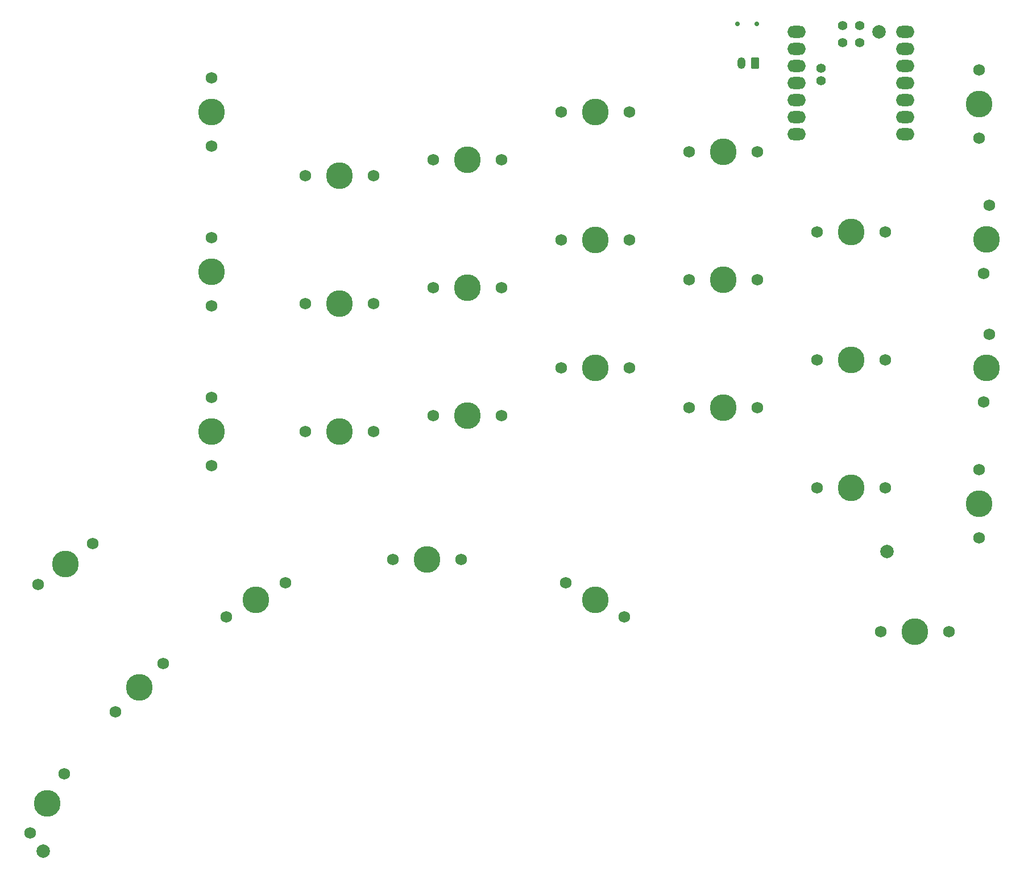
<source format=gts>
G04 #@! TF.GenerationSoftware,KiCad,Pcbnew,7.0.2*
G04 #@! TF.CreationDate,2023-05-17T12:25:55+02:00*
G04 #@! TF.ProjectId,mykeeb_v7a2_right,6d796b65-6562-45f7-9637-61325f726967,rev?*
G04 #@! TF.SameCoordinates,Original*
G04 #@! TF.FileFunction,Soldermask,Top*
G04 #@! TF.FilePolarity,Negative*
%FSLAX46Y46*%
G04 Gerber Fmt 4.6, Leading zero omitted, Abs format (unit mm)*
G04 Created by KiCad (PCBNEW 7.0.2) date 2023-05-17 12:25:55*
%MOMM*%
%LPD*%
G01*
G04 APERTURE LIST*
G04 Aperture macros list*
%AMRoundRect*
0 Rectangle with rounded corners*
0 $1 Rounding radius*
0 $2 $3 $4 $5 $6 $7 $8 $9 X,Y pos of 4 corners*
0 Add a 4 corners polygon primitive as box body*
4,1,4,$2,$3,$4,$5,$6,$7,$8,$9,$2,$3,0*
0 Add four circle primitives for the rounded corners*
1,1,$1+$1,$2,$3*
1,1,$1+$1,$4,$5*
1,1,$1+$1,$6,$7*
1,1,$1+$1,$8,$9*
0 Add four rect primitives between the rounded corners*
20,1,$1+$1,$2,$3,$4,$5,0*
20,1,$1+$1,$4,$5,$6,$7,0*
20,1,$1+$1,$6,$7,$8,$9,0*
20,1,$1+$1,$8,$9,$2,$3,0*%
G04 Aperture macros list end*
%ADD10C,2.000000*%
%ADD11C,1.750000*%
%ADD12C,3.987800*%
%ADD13O,2.750000X1.800000*%
%ADD14C,1.397000*%
%ADD15RoundRect,0.250000X0.350000X0.625000X-0.350000X0.625000X-0.350000X-0.625000X0.350000X-0.625000X0*%
%ADD16O,1.200000X1.750000*%
%ADD17C,0.700000*%
G04 APERTURE END LIST*
D10*
X32146902Y-274439293D03*
X157757945Y-229790818D03*
X156567319Y-152400128D03*
D11*
X59394587Y-239503520D03*
D12*
X63793996Y-236963520D03*
D11*
X68193405Y-234423520D03*
D13*
X144305128Y-152400120D03*
X144305128Y-154940120D03*
X144305128Y-157480120D03*
X144305128Y-160020120D03*
X144305128Y-162560120D03*
X144305128Y-165100120D03*
X144305128Y-167640120D03*
X160495128Y-167640120D03*
X160495128Y-165100120D03*
X160495128Y-162560120D03*
X160495128Y-160020120D03*
X160495128Y-157480120D03*
X160495128Y-154940120D03*
X160495128Y-152400120D03*
D14*
X151130128Y-151448120D03*
X153670128Y-151448120D03*
X151130128Y-153988120D03*
X153670128Y-153988120D03*
X147955128Y-159703120D03*
X147955128Y-157798120D03*
D11*
X172133445Y-188346189D03*
D12*
X172576196Y-183285520D03*
D11*
X173018947Y-178224851D03*
X138430096Y-170259520D03*
D12*
X133350096Y-170259520D03*
D11*
X128270096Y-170259520D03*
X147320096Y-201215820D03*
D12*
X152400096Y-201215820D03*
D11*
X157480096Y-201215820D03*
X100330096Y-171450220D03*
D12*
X95250096Y-171450220D03*
D11*
X90170096Y-171450220D03*
X147320096Y-220265820D03*
D12*
X152400096Y-220265820D03*
D11*
X157480096Y-220265820D03*
X171450096Y-227727020D03*
D12*
X171450096Y-222647020D03*
D11*
X171450096Y-217567020D03*
X171450096Y-168195820D03*
D12*
X171450096Y-163115820D03*
D11*
X171450096Y-158035820D03*
X84216896Y-230981520D03*
D12*
X89296896Y-230981520D03*
D11*
X94376896Y-230981520D03*
X57149996Y-206851520D03*
D12*
X57149996Y-211931520D03*
D11*
X57149996Y-217011520D03*
X42842294Y-253623522D03*
D12*
X46434396Y-250031420D03*
D11*
X50026498Y-246439318D03*
X30202096Y-271695029D03*
D12*
X32742096Y-267295620D03*
D11*
X35282096Y-262896211D03*
X39469864Y-228606900D03*
D12*
X35412796Y-231664120D03*
D11*
X31355728Y-234721340D03*
X71120096Y-211931420D03*
D12*
X76200096Y-211931420D03*
D11*
X81280096Y-211931420D03*
X109220096Y-202406420D03*
D12*
X114300096Y-202406420D03*
D11*
X119380096Y-202406420D03*
X90170096Y-190500220D03*
D12*
X95250096Y-190500220D03*
D11*
X100330096Y-190500220D03*
X71120096Y-192881420D03*
D12*
X76200096Y-192881420D03*
D11*
X81280096Y-192881420D03*
X109220096Y-183356420D03*
D12*
X114300096Y-183356420D03*
D11*
X119380096Y-183356420D03*
X128270096Y-189309520D03*
D12*
X133350096Y-189309520D03*
D11*
X138430096Y-189309520D03*
X57150096Y-159226420D03*
D12*
X57150096Y-164306420D03*
D11*
X57150096Y-169386420D03*
X81280096Y-173831420D03*
D12*
X76200096Y-173831420D03*
D11*
X71120096Y-173831420D03*
X90170096Y-209550220D03*
D12*
X95250096Y-209550220D03*
D11*
X100330096Y-209550220D03*
X128270096Y-208359520D03*
D12*
X133350096Y-208359520D03*
D11*
X138430096Y-208359520D03*
X172133445Y-207528989D03*
D12*
X172576196Y-202468320D03*
D11*
X173018947Y-197407651D03*
X57150096Y-183038920D03*
D12*
X57150096Y-188118920D03*
D11*
X57150096Y-193198920D03*
X109900587Y-234465720D03*
D12*
X114299996Y-237005720D03*
D11*
X118699405Y-239545720D03*
X156845096Y-241697120D03*
D12*
X161925096Y-241697120D03*
D11*
X167005096Y-241697120D03*
X157480096Y-182165820D03*
D12*
X152400096Y-182165820D03*
D11*
X147320096Y-182165820D03*
X119380096Y-164306420D03*
D12*
X114300096Y-164306420D03*
D11*
X109220096Y-164306420D03*
D15*
X138112616Y-157093884D03*
D16*
X136112616Y-157093884D03*
D17*
X138400096Y-151257120D03*
X135500096Y-151257120D03*
M02*

</source>
